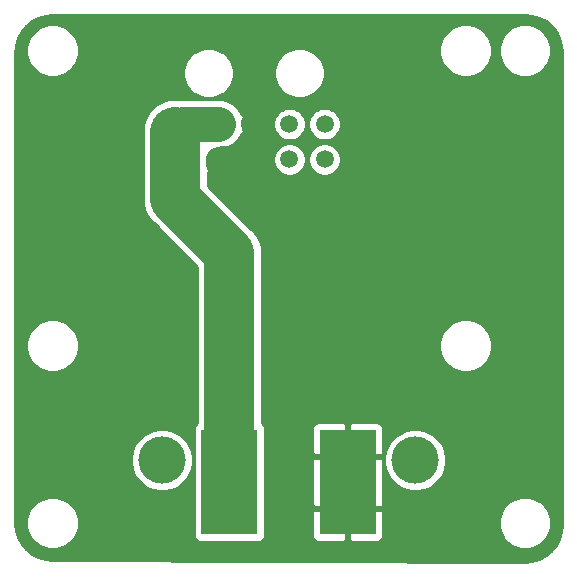
<source format=gbr>
G04 #@! TF.GenerationSoftware,KiCad,Pcbnew,(5.1.6)-1*
G04 #@! TF.CreationDate,2021-06-25T13:56:25+10:00*
G04 #@! TF.ProjectId,Fan Controller,46616e20-436f-46e7-9472-6f6c6c65722e,rev?*
G04 #@! TF.SameCoordinates,Original*
G04 #@! TF.FileFunction,Copper,L2,Bot*
G04 #@! TF.FilePolarity,Positive*
%FSLAX46Y46*%
G04 Gerber Fmt 4.6, Leading zero omitted, Abs format (unit mm)*
G04 Created by KiCad (PCBNEW (5.1.6)-1) date 2021-06-25 13:56:25*
%MOMM*%
%LPD*%
G01*
G04 APERTURE LIST*
G04 #@! TA.AperFunction,ComponentPad*
%ADD10C,1.500000*%
G04 #@! TD*
G04 #@! TA.AperFunction,ComponentPad*
%ADD11C,4.000000*%
G04 #@! TD*
G04 #@! TA.AperFunction,ComponentPad*
%ADD12R,4.800000X4.500000*%
G04 #@! TD*
G04 #@! TA.AperFunction,ViaPad*
%ADD13C,0.800000*%
G04 #@! TD*
G04 #@! TA.AperFunction,Conductor*
%ADD14C,2.000000*%
G04 #@! TD*
G04 #@! TA.AperFunction,Conductor*
%ADD15C,3.000000*%
G04 #@! TD*
G04 #@! TA.AperFunction,Conductor*
%ADD16C,4.250000*%
G04 #@! TD*
G04 #@! TA.AperFunction,Conductor*
%ADD17C,0.254000*%
G04 #@! TD*
G04 APERTURE END LIST*
D10*
X138365000Y-91011000D03*
X135365000Y-91011000D03*
X132365000Y-91011000D03*
X129365000Y-91011000D03*
X126365000Y-91011000D03*
X138365000Y-88011000D03*
X135365000Y-88011000D03*
X132365000Y-88011000D03*
X129365000Y-88011000D03*
G04 #@! TA.AperFunction,ComponentPad*
G36*
G01*
X125615000Y-88511000D02*
X125615000Y-87511000D01*
G75*
G02*
X125865000Y-87261000I250000J0D01*
G01*
X126865000Y-87261000D01*
G75*
G02*
X127115000Y-87511000I0J-250000D01*
G01*
X127115000Y-88511000D01*
G75*
G02*
X126865000Y-88761000I-250000J0D01*
G01*
X125865000Y-88761000D01*
G75*
G02*
X125615000Y-88511000I0J250000D01*
G01*
G37*
G04 #@! TD.AperFunction*
D11*
X146032000Y-116473000D03*
X124572000Y-116473000D03*
D12*
X140302000Y-116123000D03*
X130302000Y-116123000D03*
X140302000Y-120523000D03*
X130302000Y-120523000D03*
D13*
X146812000Y-90297000D03*
D14*
X132365000Y-88042000D02*
X132334000Y-88011000D01*
X129461000Y-91011000D02*
X129413000Y-91059000D01*
X132365000Y-91011000D02*
X129365000Y-91011000D01*
D15*
X132063000Y-91313000D02*
X129794000Y-91313000D01*
X132365000Y-91011000D02*
X132063000Y-91313000D01*
D14*
X132365000Y-87915000D02*
X132334000Y-87884000D01*
X132842000Y-89662000D02*
X132842000Y-87630000D01*
X132365000Y-91011000D02*
X132842000Y-89662000D01*
X132461000Y-89525370D02*
X132461000Y-89154000D01*
X132597630Y-89662000D02*
X132461000Y-89525370D01*
X132842000Y-89662000D02*
X132597630Y-89662000D01*
X132461000Y-89154000D02*
X132365000Y-87915000D01*
X132461000Y-89154000D02*
X132461000Y-87249000D01*
D16*
X130302000Y-120523000D02*
X130302000Y-116123000D01*
X125730000Y-94361000D02*
X125730000Y-88646000D01*
X130302000Y-120523000D02*
X130302000Y-98933000D01*
X130302000Y-98933000D02*
X125730000Y-94361000D01*
D15*
X129365000Y-88011000D02*
X126365000Y-88011000D01*
D17*
G36*
X155932222Y-78828096D02*
G01*
X156520164Y-79005606D01*
X157062436Y-79293937D01*
X157538364Y-79682094D01*
X157929845Y-80155314D01*
X158221951Y-80695552D01*
X158403563Y-81282244D01*
X158471001Y-81923888D01*
X158471000Y-121887721D01*
X158407904Y-122531221D01*
X158230394Y-123119164D01*
X157942063Y-123661436D01*
X157553906Y-124137364D01*
X157080686Y-124528845D01*
X156540449Y-124820950D01*
X155953756Y-125002563D01*
X155312414Y-125069970D01*
X115349330Y-124943103D01*
X114704779Y-124879904D01*
X114116836Y-124702394D01*
X113574564Y-124414063D01*
X113098636Y-124025906D01*
X112707155Y-123552686D01*
X112415050Y-123012449D01*
X112233437Y-122425756D01*
X112166000Y-121784130D01*
X112166000Y-121567872D01*
X113081000Y-121567872D01*
X113081000Y-122008128D01*
X113166890Y-122439925D01*
X113335369Y-122846669D01*
X113579962Y-123212729D01*
X113891271Y-123524038D01*
X114257331Y-123768631D01*
X114664075Y-123937110D01*
X115095872Y-124023000D01*
X115536128Y-124023000D01*
X115967925Y-123937110D01*
X116374669Y-123768631D01*
X116740729Y-123524038D01*
X117052038Y-123212729D01*
X117296631Y-122846669D01*
X117465110Y-122439925D01*
X117551000Y-122008128D01*
X117551000Y-121567872D01*
X117465110Y-121136075D01*
X117296631Y-120729331D01*
X117052038Y-120363271D01*
X116740729Y-120051962D01*
X116374669Y-119807369D01*
X115967925Y-119638890D01*
X115536128Y-119553000D01*
X115095872Y-119553000D01*
X114664075Y-119638890D01*
X114257331Y-119807369D01*
X113891271Y-120051962D01*
X113579962Y-120363271D01*
X113335369Y-120729331D01*
X113166890Y-121136075D01*
X113081000Y-121567872D01*
X112166000Y-121567872D01*
X112166000Y-116213475D01*
X121937000Y-116213475D01*
X121937000Y-116732525D01*
X122038261Y-117241601D01*
X122236893Y-117721141D01*
X122525262Y-118152715D01*
X122892285Y-118519738D01*
X123323859Y-118808107D01*
X123803399Y-119006739D01*
X124312475Y-119108000D01*
X124831525Y-119108000D01*
X125340601Y-119006739D01*
X125820141Y-118808107D01*
X126251715Y-118519738D01*
X126618738Y-118152715D01*
X126907107Y-117721141D01*
X127105739Y-117241601D01*
X127207000Y-116732525D01*
X127207000Y-116213475D01*
X127105739Y-115704399D01*
X126907107Y-115224859D01*
X126618738Y-114793285D01*
X126251715Y-114426262D01*
X125820141Y-114137893D01*
X125340601Y-113939261D01*
X124831525Y-113838000D01*
X124312475Y-113838000D01*
X123803399Y-113939261D01*
X123323859Y-114137893D01*
X122892285Y-114426262D01*
X122525262Y-114793285D01*
X122236893Y-115224859D01*
X122038261Y-115704399D01*
X121937000Y-116213475D01*
X112166000Y-116213475D01*
X112166000Y-106567872D01*
X113081000Y-106567872D01*
X113081000Y-107008128D01*
X113166890Y-107439925D01*
X113335369Y-107846669D01*
X113579962Y-108212729D01*
X113891271Y-108524038D01*
X114257331Y-108768631D01*
X114664075Y-108937110D01*
X115095872Y-109023000D01*
X115536128Y-109023000D01*
X115967925Y-108937110D01*
X116374669Y-108768631D01*
X116740729Y-108524038D01*
X117052038Y-108212729D01*
X117296631Y-107846669D01*
X117465110Y-107439925D01*
X117551000Y-107008128D01*
X117551000Y-106567872D01*
X117465110Y-106136075D01*
X117296631Y-105729331D01*
X117052038Y-105363271D01*
X116740729Y-105051962D01*
X116374669Y-104807369D01*
X115967925Y-104638890D01*
X115536128Y-104553000D01*
X115095872Y-104553000D01*
X114664075Y-104638890D01*
X114257331Y-104807369D01*
X113891271Y-105051962D01*
X113579962Y-105363271D01*
X113335369Y-105729331D01*
X113166890Y-106136075D01*
X113081000Y-106567872D01*
X112166000Y-106567872D01*
X112166000Y-94361000D01*
X122956647Y-94361000D01*
X122970000Y-94496578D01*
X122970000Y-94496585D01*
X123009935Y-94902054D01*
X123167755Y-95422316D01*
X123424040Y-95901792D01*
X123768943Y-96322056D01*
X123874260Y-96408488D01*
X127542001Y-100076231D01*
X127542000Y-113346981D01*
X127450815Y-113421815D01*
X127371463Y-113518506D01*
X127312498Y-113628820D01*
X127276188Y-113748518D01*
X127263928Y-113873000D01*
X127263928Y-122773000D01*
X127276188Y-122897482D01*
X127312498Y-123017180D01*
X127371463Y-123127494D01*
X127450815Y-123224185D01*
X127547506Y-123303537D01*
X127657820Y-123362502D01*
X127777518Y-123398812D01*
X127902000Y-123411072D01*
X132702000Y-123411072D01*
X132826482Y-123398812D01*
X132946180Y-123362502D01*
X133056494Y-123303537D01*
X133153185Y-123224185D01*
X133232537Y-123127494D01*
X133291502Y-123017180D01*
X133327812Y-122897482D01*
X133340072Y-122773000D01*
X137263928Y-122773000D01*
X137276188Y-122897482D01*
X137312498Y-123017180D01*
X137371463Y-123127494D01*
X137450815Y-123224185D01*
X137547506Y-123303537D01*
X137657820Y-123362502D01*
X137777518Y-123398812D01*
X137902000Y-123411072D01*
X140016250Y-123408000D01*
X140175000Y-123249250D01*
X140175000Y-120650000D01*
X140429000Y-120650000D01*
X140429000Y-123249250D01*
X140587750Y-123408000D01*
X142702000Y-123411072D01*
X142826482Y-123398812D01*
X142946180Y-123362502D01*
X143056494Y-123303537D01*
X143153185Y-123224185D01*
X143232537Y-123127494D01*
X143291502Y-123017180D01*
X143327812Y-122897482D01*
X143340072Y-122773000D01*
X143338188Y-121567872D01*
X153081000Y-121567872D01*
X153081000Y-122008128D01*
X153166890Y-122439925D01*
X153335369Y-122846669D01*
X153579962Y-123212729D01*
X153891271Y-123524038D01*
X154257331Y-123768631D01*
X154664075Y-123937110D01*
X155095872Y-124023000D01*
X155536128Y-124023000D01*
X155967925Y-123937110D01*
X156374669Y-123768631D01*
X156740729Y-123524038D01*
X157052038Y-123212729D01*
X157296631Y-122846669D01*
X157465110Y-122439925D01*
X157551000Y-122008128D01*
X157551000Y-121567872D01*
X157465110Y-121136075D01*
X157296631Y-120729331D01*
X157052038Y-120363271D01*
X156740729Y-120051962D01*
X156374669Y-119807369D01*
X155967925Y-119638890D01*
X155536128Y-119553000D01*
X155095872Y-119553000D01*
X154664075Y-119638890D01*
X154257331Y-119807369D01*
X153891271Y-120051962D01*
X153579962Y-120363271D01*
X153335369Y-120729331D01*
X153166890Y-121136075D01*
X153081000Y-121567872D01*
X143338188Y-121567872D01*
X143337000Y-120808750D01*
X143178250Y-120650000D01*
X140429000Y-120650000D01*
X140175000Y-120650000D01*
X137425750Y-120650000D01*
X137267000Y-120808750D01*
X137263928Y-122773000D01*
X133340072Y-122773000D01*
X133340072Y-118273000D01*
X137263928Y-118273000D01*
X137264006Y-118323000D01*
X137263928Y-118373000D01*
X137264087Y-118374614D01*
X137267000Y-120237250D01*
X137425750Y-120396000D01*
X140175000Y-120396000D01*
X140175000Y-116250000D01*
X140429000Y-116250000D01*
X140429000Y-120396000D01*
X143178250Y-120396000D01*
X143337000Y-120237250D01*
X143339913Y-118374614D01*
X143340072Y-118373000D01*
X143339994Y-118323000D01*
X143340072Y-118273000D01*
X143339913Y-118271386D01*
X143337000Y-116408750D01*
X143178250Y-116250000D01*
X140429000Y-116250000D01*
X140175000Y-116250000D01*
X137425750Y-116250000D01*
X137267000Y-116408750D01*
X137264087Y-118271386D01*
X137263928Y-118273000D01*
X133340072Y-118273000D01*
X133340072Y-116213475D01*
X143397000Y-116213475D01*
X143397000Y-116732525D01*
X143498261Y-117241601D01*
X143696893Y-117721141D01*
X143985262Y-118152715D01*
X144352285Y-118519738D01*
X144783859Y-118808107D01*
X145263399Y-119006739D01*
X145772475Y-119108000D01*
X146291525Y-119108000D01*
X146800601Y-119006739D01*
X147280141Y-118808107D01*
X147711715Y-118519738D01*
X148078738Y-118152715D01*
X148367107Y-117721141D01*
X148565739Y-117241601D01*
X148667000Y-116732525D01*
X148667000Y-116213475D01*
X148565739Y-115704399D01*
X148367107Y-115224859D01*
X148078738Y-114793285D01*
X147711715Y-114426262D01*
X147280141Y-114137893D01*
X146800601Y-113939261D01*
X146291525Y-113838000D01*
X145772475Y-113838000D01*
X145263399Y-113939261D01*
X144783859Y-114137893D01*
X144352285Y-114426262D01*
X143985262Y-114793285D01*
X143696893Y-115224859D01*
X143498261Y-115704399D01*
X143397000Y-116213475D01*
X133340072Y-116213475D01*
X133340072Y-113873000D01*
X137263928Y-113873000D01*
X137267000Y-115837250D01*
X137425750Y-115996000D01*
X140175000Y-115996000D01*
X140175000Y-113396750D01*
X140429000Y-113396750D01*
X140429000Y-115996000D01*
X143178250Y-115996000D01*
X143337000Y-115837250D01*
X143340072Y-113873000D01*
X143327812Y-113748518D01*
X143291502Y-113628820D01*
X143232537Y-113518506D01*
X143153185Y-113421815D01*
X143056494Y-113342463D01*
X142946180Y-113283498D01*
X142826482Y-113247188D01*
X142702000Y-113234928D01*
X140587750Y-113238000D01*
X140429000Y-113396750D01*
X140175000Y-113396750D01*
X140016250Y-113238000D01*
X137902000Y-113234928D01*
X137777518Y-113247188D01*
X137657820Y-113283498D01*
X137547506Y-113342463D01*
X137450815Y-113421815D01*
X137371463Y-113518506D01*
X137312498Y-113628820D01*
X137276188Y-113748518D01*
X137263928Y-113873000D01*
X133340072Y-113873000D01*
X133327812Y-113748518D01*
X133291502Y-113628820D01*
X133232537Y-113518506D01*
X133153185Y-113421815D01*
X133062000Y-113346982D01*
X133062000Y-106567872D01*
X148081000Y-106567872D01*
X148081000Y-107008128D01*
X148166890Y-107439925D01*
X148335369Y-107846669D01*
X148579962Y-108212729D01*
X148891271Y-108524038D01*
X149257331Y-108768631D01*
X149664075Y-108937110D01*
X150095872Y-109023000D01*
X150536128Y-109023000D01*
X150967925Y-108937110D01*
X151374669Y-108768631D01*
X151740729Y-108524038D01*
X152052038Y-108212729D01*
X152296631Y-107846669D01*
X152465110Y-107439925D01*
X152551000Y-107008128D01*
X152551000Y-106567872D01*
X152465110Y-106136075D01*
X152296631Y-105729331D01*
X152052038Y-105363271D01*
X151740729Y-105051962D01*
X151374669Y-104807369D01*
X150967925Y-104638890D01*
X150536128Y-104553000D01*
X150095872Y-104553000D01*
X149664075Y-104638890D01*
X149257331Y-104807369D01*
X148891271Y-105051962D01*
X148579962Y-105363271D01*
X148335369Y-105729331D01*
X148166890Y-106136075D01*
X148081000Y-106567872D01*
X133062000Y-106567872D01*
X133062000Y-99068575D01*
X133075353Y-98932999D01*
X133062000Y-98797423D01*
X133062000Y-98797414D01*
X133022065Y-98391945D01*
X132864245Y-97871683D01*
X132607960Y-97392207D01*
X132396345Y-97134354D01*
X132349488Y-97077258D01*
X132349483Y-97077253D01*
X132263057Y-96971943D01*
X132157747Y-96885517D01*
X128490000Y-93217772D01*
X128490000Y-92065608D01*
X128587613Y-91967995D01*
X128653137Y-92206860D01*
X128900116Y-92322760D01*
X129164960Y-92388250D01*
X129437492Y-92400812D01*
X129707238Y-92359965D01*
X129963832Y-92267277D01*
X130076863Y-92206860D01*
X130142388Y-91967993D01*
X131587612Y-91967993D01*
X131653137Y-92206860D01*
X131900116Y-92322760D01*
X132164960Y-92388250D01*
X132437492Y-92400812D01*
X132707238Y-92359965D01*
X132963832Y-92267277D01*
X133076863Y-92206860D01*
X133142388Y-91967993D01*
X132365000Y-91190605D01*
X131587612Y-91967993D01*
X130142388Y-91967993D01*
X129365000Y-91190605D01*
X129350858Y-91204748D01*
X129171253Y-91025143D01*
X129185395Y-91011000D01*
X129544605Y-91011000D01*
X130321993Y-91788388D01*
X130560860Y-91722863D01*
X130676760Y-91475884D01*
X130742250Y-91211040D01*
X130748129Y-91083492D01*
X130975188Y-91083492D01*
X131016035Y-91353238D01*
X131108723Y-91609832D01*
X131169140Y-91722863D01*
X131408007Y-91788388D01*
X132185395Y-91011000D01*
X132544605Y-91011000D01*
X133321993Y-91788388D01*
X133560860Y-91722863D01*
X133676760Y-91475884D01*
X133742250Y-91211040D01*
X133754812Y-90938508D01*
X133745133Y-90874589D01*
X133980000Y-90874589D01*
X133980000Y-91147411D01*
X134033225Y-91414989D01*
X134137629Y-91667043D01*
X134289201Y-91893886D01*
X134482114Y-92086799D01*
X134708957Y-92238371D01*
X134961011Y-92342775D01*
X135228589Y-92396000D01*
X135501411Y-92396000D01*
X135768989Y-92342775D01*
X136021043Y-92238371D01*
X136247886Y-92086799D01*
X136440799Y-91893886D01*
X136592371Y-91667043D01*
X136696775Y-91414989D01*
X136750000Y-91147411D01*
X136750000Y-90874589D01*
X136980000Y-90874589D01*
X136980000Y-91147411D01*
X137033225Y-91414989D01*
X137137629Y-91667043D01*
X137289201Y-91893886D01*
X137482114Y-92086799D01*
X137708957Y-92238371D01*
X137961011Y-92342775D01*
X138228589Y-92396000D01*
X138501411Y-92396000D01*
X138768989Y-92342775D01*
X139021043Y-92238371D01*
X139247886Y-92086799D01*
X139440799Y-91893886D01*
X139592371Y-91667043D01*
X139696775Y-91414989D01*
X139750000Y-91147411D01*
X139750000Y-90874589D01*
X139696775Y-90607011D01*
X139592371Y-90354957D01*
X139440799Y-90128114D01*
X139247886Y-89935201D01*
X139021043Y-89783629D01*
X138768989Y-89679225D01*
X138501411Y-89626000D01*
X138228589Y-89626000D01*
X137961011Y-89679225D01*
X137708957Y-89783629D01*
X137482114Y-89935201D01*
X137289201Y-90128114D01*
X137137629Y-90354957D01*
X137033225Y-90607011D01*
X136980000Y-90874589D01*
X136750000Y-90874589D01*
X136696775Y-90607011D01*
X136592371Y-90354957D01*
X136440799Y-90128114D01*
X136247886Y-89935201D01*
X136021043Y-89783629D01*
X135768989Y-89679225D01*
X135501411Y-89626000D01*
X135228589Y-89626000D01*
X134961011Y-89679225D01*
X134708957Y-89783629D01*
X134482114Y-89935201D01*
X134289201Y-90128114D01*
X134137629Y-90354957D01*
X134033225Y-90607011D01*
X133980000Y-90874589D01*
X133745133Y-90874589D01*
X133713965Y-90668762D01*
X133621277Y-90412168D01*
X133560860Y-90299137D01*
X133321993Y-90233612D01*
X132544605Y-91011000D01*
X132185395Y-91011000D01*
X131408007Y-90233612D01*
X131169140Y-90299137D01*
X131053240Y-90546116D01*
X130987750Y-90810960D01*
X130975188Y-91083492D01*
X130748129Y-91083492D01*
X130754812Y-90938508D01*
X130713965Y-90668762D01*
X130621277Y-90412168D01*
X130560860Y-90299137D01*
X130321993Y-90233612D01*
X129544605Y-91011000D01*
X129185395Y-91011000D01*
X129171253Y-90996858D01*
X129350858Y-90817253D01*
X129365000Y-90831395D01*
X130142388Y-90054007D01*
X131587612Y-90054007D01*
X132365000Y-90831395D01*
X133142388Y-90054007D01*
X133076863Y-89815140D01*
X132829884Y-89699240D01*
X132565040Y-89633750D01*
X132292508Y-89621188D01*
X132022762Y-89662035D01*
X131766168Y-89754723D01*
X131653137Y-89815140D01*
X131587612Y-90054007D01*
X130142388Y-90054007D01*
X130130294Y-90009919D01*
X130185982Y-89993026D01*
X130556881Y-89794777D01*
X130881977Y-89527977D01*
X131148777Y-89202881D01*
X131274326Y-88967993D01*
X131587612Y-88967993D01*
X131653137Y-89206860D01*
X131900116Y-89322760D01*
X132164960Y-89388250D01*
X132437492Y-89400812D01*
X132707238Y-89359965D01*
X132963832Y-89267277D01*
X133076863Y-89206860D01*
X133142388Y-88967993D01*
X132365000Y-88190605D01*
X131587612Y-88967993D01*
X131274326Y-88967993D01*
X131347026Y-88831982D01*
X131363919Y-88776294D01*
X131408007Y-88788388D01*
X132185395Y-88011000D01*
X132544605Y-88011000D01*
X133321993Y-88788388D01*
X133560860Y-88722863D01*
X133676760Y-88475884D01*
X133742250Y-88211040D01*
X133754812Y-87938508D01*
X133745133Y-87874589D01*
X133980000Y-87874589D01*
X133980000Y-88147411D01*
X134033225Y-88414989D01*
X134137629Y-88667043D01*
X134289201Y-88893886D01*
X134482114Y-89086799D01*
X134708957Y-89238371D01*
X134961011Y-89342775D01*
X135228589Y-89396000D01*
X135501411Y-89396000D01*
X135768989Y-89342775D01*
X136021043Y-89238371D01*
X136247886Y-89086799D01*
X136440799Y-88893886D01*
X136592371Y-88667043D01*
X136696775Y-88414989D01*
X136750000Y-88147411D01*
X136750000Y-87874589D01*
X136980000Y-87874589D01*
X136980000Y-88147411D01*
X137033225Y-88414989D01*
X137137629Y-88667043D01*
X137289201Y-88893886D01*
X137482114Y-89086799D01*
X137708957Y-89238371D01*
X137961011Y-89342775D01*
X138228589Y-89396000D01*
X138501411Y-89396000D01*
X138768989Y-89342775D01*
X139021043Y-89238371D01*
X139247886Y-89086799D01*
X139440799Y-88893886D01*
X139592371Y-88667043D01*
X139696775Y-88414989D01*
X139750000Y-88147411D01*
X139750000Y-87874589D01*
X139696775Y-87607011D01*
X139592371Y-87354957D01*
X139440799Y-87128114D01*
X139247886Y-86935201D01*
X139021043Y-86783629D01*
X138768989Y-86679225D01*
X138501411Y-86626000D01*
X138228589Y-86626000D01*
X137961011Y-86679225D01*
X137708957Y-86783629D01*
X137482114Y-86935201D01*
X137289201Y-87128114D01*
X137137629Y-87354957D01*
X137033225Y-87607011D01*
X136980000Y-87874589D01*
X136750000Y-87874589D01*
X136696775Y-87607011D01*
X136592371Y-87354957D01*
X136440799Y-87128114D01*
X136247886Y-86935201D01*
X136021043Y-86783629D01*
X135768989Y-86679225D01*
X135501411Y-86626000D01*
X135228589Y-86626000D01*
X134961011Y-86679225D01*
X134708957Y-86783629D01*
X134482114Y-86935201D01*
X134289201Y-87128114D01*
X134137629Y-87354957D01*
X134033225Y-87607011D01*
X133980000Y-87874589D01*
X133745133Y-87874589D01*
X133713965Y-87668762D01*
X133621277Y-87412168D01*
X133560860Y-87299137D01*
X133321993Y-87233612D01*
X132544605Y-88011000D01*
X132185395Y-88011000D01*
X131408007Y-87233612D01*
X131363919Y-87245706D01*
X131347026Y-87190018D01*
X131274327Y-87054007D01*
X131587612Y-87054007D01*
X132365000Y-87831395D01*
X133142388Y-87054007D01*
X133076863Y-86815140D01*
X132829884Y-86699240D01*
X132565040Y-86633750D01*
X132292508Y-86621188D01*
X132022762Y-86662035D01*
X131766168Y-86754723D01*
X131653137Y-86815140D01*
X131587612Y-87054007D01*
X131274327Y-87054007D01*
X131148777Y-86819119D01*
X130881977Y-86494023D01*
X130556881Y-86227223D01*
X130185982Y-86028974D01*
X129783533Y-85906892D01*
X129469882Y-85876000D01*
X126260118Y-85876000D01*
X126012087Y-85900429D01*
X125730000Y-85872646D01*
X125188946Y-85925935D01*
X124668684Y-86083755D01*
X124189208Y-86340040D01*
X123768944Y-86684943D01*
X123424041Y-87105207D01*
X123167756Y-87584683D01*
X123009936Y-88104945D01*
X122970001Y-88510414D01*
X122970000Y-94225421D01*
X122956647Y-94361000D01*
X112166000Y-94361000D01*
X112166000Y-81947279D01*
X112203201Y-81567872D01*
X113081000Y-81567872D01*
X113081000Y-82008128D01*
X113166890Y-82439925D01*
X113335369Y-82846669D01*
X113579962Y-83212729D01*
X113891271Y-83524038D01*
X114257331Y-83768631D01*
X114664075Y-83937110D01*
X115095872Y-84023000D01*
X115536128Y-84023000D01*
X115967925Y-83937110D01*
X116374669Y-83768631D01*
X116740729Y-83524038D01*
X116784046Y-83480721D01*
X126390000Y-83480721D01*
X126390000Y-83901279D01*
X126472047Y-84313756D01*
X126632988Y-84702302D01*
X126866637Y-85051983D01*
X127164017Y-85349363D01*
X127513698Y-85583012D01*
X127902244Y-85743953D01*
X128314721Y-85826000D01*
X128735279Y-85826000D01*
X129147756Y-85743953D01*
X129536302Y-85583012D01*
X129885983Y-85349363D01*
X130183363Y-85051983D01*
X130417012Y-84702302D01*
X130577953Y-84313756D01*
X130660000Y-83901279D01*
X130660000Y-83480721D01*
X134090000Y-83480721D01*
X134090000Y-83901279D01*
X134172047Y-84313756D01*
X134332988Y-84702302D01*
X134566637Y-85051983D01*
X134864017Y-85349363D01*
X135213698Y-85583012D01*
X135602244Y-85743953D01*
X136014721Y-85826000D01*
X136435279Y-85826000D01*
X136847756Y-85743953D01*
X137236302Y-85583012D01*
X137585983Y-85349363D01*
X137883363Y-85051983D01*
X138117012Y-84702302D01*
X138277953Y-84313756D01*
X138360000Y-83901279D01*
X138360000Y-83480721D01*
X138277953Y-83068244D01*
X138117012Y-82679698D01*
X137883363Y-82330017D01*
X137585983Y-82032637D01*
X137236302Y-81798988D01*
X136847756Y-81638047D01*
X136494964Y-81567872D01*
X148081000Y-81567872D01*
X148081000Y-82008128D01*
X148166890Y-82439925D01*
X148335369Y-82846669D01*
X148579962Y-83212729D01*
X148891271Y-83524038D01*
X149257331Y-83768631D01*
X149664075Y-83937110D01*
X150095872Y-84023000D01*
X150536128Y-84023000D01*
X150967925Y-83937110D01*
X151374669Y-83768631D01*
X151740729Y-83524038D01*
X152052038Y-83212729D01*
X152296631Y-82846669D01*
X152465110Y-82439925D01*
X152551000Y-82008128D01*
X152551000Y-81567872D01*
X153081000Y-81567872D01*
X153081000Y-82008128D01*
X153166890Y-82439925D01*
X153335369Y-82846669D01*
X153579962Y-83212729D01*
X153891271Y-83524038D01*
X154257331Y-83768631D01*
X154664075Y-83937110D01*
X155095872Y-84023000D01*
X155536128Y-84023000D01*
X155967925Y-83937110D01*
X156374669Y-83768631D01*
X156740729Y-83524038D01*
X157052038Y-83212729D01*
X157296631Y-82846669D01*
X157465110Y-82439925D01*
X157551000Y-82008128D01*
X157551000Y-81567872D01*
X157465110Y-81136075D01*
X157296631Y-80729331D01*
X157052038Y-80363271D01*
X156740729Y-80051962D01*
X156374669Y-79807369D01*
X155967925Y-79638890D01*
X155536128Y-79553000D01*
X155095872Y-79553000D01*
X154664075Y-79638890D01*
X154257331Y-79807369D01*
X153891271Y-80051962D01*
X153579962Y-80363271D01*
X153335369Y-80729331D01*
X153166890Y-81136075D01*
X153081000Y-81567872D01*
X152551000Y-81567872D01*
X152465110Y-81136075D01*
X152296631Y-80729331D01*
X152052038Y-80363271D01*
X151740729Y-80051962D01*
X151374669Y-79807369D01*
X150967925Y-79638890D01*
X150536128Y-79553000D01*
X150095872Y-79553000D01*
X149664075Y-79638890D01*
X149257331Y-79807369D01*
X148891271Y-80051962D01*
X148579962Y-80363271D01*
X148335369Y-80729331D01*
X148166890Y-81136075D01*
X148081000Y-81567872D01*
X136494964Y-81567872D01*
X136435279Y-81556000D01*
X136014721Y-81556000D01*
X135602244Y-81638047D01*
X135213698Y-81798988D01*
X134864017Y-82032637D01*
X134566637Y-82330017D01*
X134332988Y-82679698D01*
X134172047Y-83068244D01*
X134090000Y-83480721D01*
X130660000Y-83480721D01*
X130577953Y-83068244D01*
X130417012Y-82679698D01*
X130183363Y-82330017D01*
X129885983Y-82032637D01*
X129536302Y-81798988D01*
X129147756Y-81638047D01*
X128735279Y-81556000D01*
X128314721Y-81556000D01*
X127902244Y-81638047D01*
X127513698Y-81798988D01*
X127164017Y-82032637D01*
X126866637Y-82330017D01*
X126632988Y-82679698D01*
X126472047Y-83068244D01*
X126390000Y-83480721D01*
X116784046Y-83480721D01*
X117052038Y-83212729D01*
X117296631Y-82846669D01*
X117465110Y-82439925D01*
X117551000Y-82008128D01*
X117551000Y-81567872D01*
X117465110Y-81136075D01*
X117296631Y-80729331D01*
X117052038Y-80363271D01*
X116740729Y-80051962D01*
X116374669Y-79807369D01*
X115967925Y-79638890D01*
X115536128Y-79553000D01*
X115095872Y-79553000D01*
X114664075Y-79638890D01*
X114257331Y-79807369D01*
X113891271Y-80051962D01*
X113579962Y-80363271D01*
X113335369Y-80729331D01*
X113166890Y-81136075D01*
X113081000Y-81567872D01*
X112203201Y-81567872D01*
X112229096Y-81303778D01*
X112406606Y-80715836D01*
X112694937Y-80173564D01*
X113083094Y-79697636D01*
X113556314Y-79306155D01*
X114096552Y-79014049D01*
X114683244Y-78832437D01*
X115324879Y-78765000D01*
X155288721Y-78765000D01*
X155932222Y-78828096D01*
G37*
X155932222Y-78828096D02*
X156520164Y-79005606D01*
X157062436Y-79293937D01*
X157538364Y-79682094D01*
X157929845Y-80155314D01*
X158221951Y-80695552D01*
X158403563Y-81282244D01*
X158471001Y-81923888D01*
X158471000Y-121887721D01*
X158407904Y-122531221D01*
X158230394Y-123119164D01*
X157942063Y-123661436D01*
X157553906Y-124137364D01*
X157080686Y-124528845D01*
X156540449Y-124820950D01*
X155953756Y-125002563D01*
X155312414Y-125069970D01*
X115349330Y-124943103D01*
X114704779Y-124879904D01*
X114116836Y-124702394D01*
X113574564Y-124414063D01*
X113098636Y-124025906D01*
X112707155Y-123552686D01*
X112415050Y-123012449D01*
X112233437Y-122425756D01*
X112166000Y-121784130D01*
X112166000Y-121567872D01*
X113081000Y-121567872D01*
X113081000Y-122008128D01*
X113166890Y-122439925D01*
X113335369Y-122846669D01*
X113579962Y-123212729D01*
X113891271Y-123524038D01*
X114257331Y-123768631D01*
X114664075Y-123937110D01*
X115095872Y-124023000D01*
X115536128Y-124023000D01*
X115967925Y-123937110D01*
X116374669Y-123768631D01*
X116740729Y-123524038D01*
X117052038Y-123212729D01*
X117296631Y-122846669D01*
X117465110Y-122439925D01*
X117551000Y-122008128D01*
X117551000Y-121567872D01*
X117465110Y-121136075D01*
X117296631Y-120729331D01*
X117052038Y-120363271D01*
X116740729Y-120051962D01*
X116374669Y-119807369D01*
X115967925Y-119638890D01*
X115536128Y-119553000D01*
X115095872Y-119553000D01*
X114664075Y-119638890D01*
X114257331Y-119807369D01*
X113891271Y-120051962D01*
X113579962Y-120363271D01*
X113335369Y-120729331D01*
X113166890Y-121136075D01*
X113081000Y-121567872D01*
X112166000Y-121567872D01*
X112166000Y-116213475D01*
X121937000Y-116213475D01*
X121937000Y-116732525D01*
X122038261Y-117241601D01*
X122236893Y-117721141D01*
X122525262Y-118152715D01*
X122892285Y-118519738D01*
X123323859Y-118808107D01*
X123803399Y-119006739D01*
X124312475Y-119108000D01*
X124831525Y-119108000D01*
X125340601Y-119006739D01*
X125820141Y-118808107D01*
X126251715Y-118519738D01*
X126618738Y-118152715D01*
X126907107Y-117721141D01*
X127105739Y-117241601D01*
X127207000Y-116732525D01*
X127207000Y-116213475D01*
X127105739Y-115704399D01*
X126907107Y-115224859D01*
X126618738Y-114793285D01*
X126251715Y-114426262D01*
X125820141Y-114137893D01*
X125340601Y-113939261D01*
X124831525Y-113838000D01*
X124312475Y-113838000D01*
X123803399Y-113939261D01*
X123323859Y-114137893D01*
X122892285Y-114426262D01*
X122525262Y-114793285D01*
X122236893Y-115224859D01*
X122038261Y-115704399D01*
X121937000Y-116213475D01*
X112166000Y-116213475D01*
X112166000Y-106567872D01*
X113081000Y-106567872D01*
X113081000Y-107008128D01*
X113166890Y-107439925D01*
X113335369Y-107846669D01*
X113579962Y-108212729D01*
X113891271Y-108524038D01*
X114257331Y-108768631D01*
X114664075Y-108937110D01*
X115095872Y-109023000D01*
X115536128Y-109023000D01*
X115967925Y-108937110D01*
X116374669Y-108768631D01*
X116740729Y-108524038D01*
X117052038Y-108212729D01*
X117296631Y-107846669D01*
X117465110Y-107439925D01*
X117551000Y-107008128D01*
X117551000Y-106567872D01*
X117465110Y-106136075D01*
X117296631Y-105729331D01*
X117052038Y-105363271D01*
X116740729Y-105051962D01*
X116374669Y-104807369D01*
X115967925Y-104638890D01*
X115536128Y-104553000D01*
X115095872Y-104553000D01*
X114664075Y-104638890D01*
X114257331Y-104807369D01*
X113891271Y-105051962D01*
X113579962Y-105363271D01*
X113335369Y-105729331D01*
X113166890Y-106136075D01*
X113081000Y-106567872D01*
X112166000Y-106567872D01*
X112166000Y-94361000D01*
X122956647Y-94361000D01*
X122970000Y-94496578D01*
X122970000Y-94496585D01*
X123009935Y-94902054D01*
X123167755Y-95422316D01*
X123424040Y-95901792D01*
X123768943Y-96322056D01*
X123874260Y-96408488D01*
X127542001Y-100076231D01*
X127542000Y-113346981D01*
X127450815Y-113421815D01*
X127371463Y-113518506D01*
X127312498Y-113628820D01*
X127276188Y-113748518D01*
X127263928Y-113873000D01*
X127263928Y-122773000D01*
X127276188Y-122897482D01*
X127312498Y-123017180D01*
X127371463Y-123127494D01*
X127450815Y-123224185D01*
X127547506Y-123303537D01*
X127657820Y-123362502D01*
X127777518Y-123398812D01*
X127902000Y-123411072D01*
X132702000Y-123411072D01*
X132826482Y-123398812D01*
X132946180Y-123362502D01*
X133056494Y-123303537D01*
X133153185Y-123224185D01*
X133232537Y-123127494D01*
X133291502Y-123017180D01*
X133327812Y-122897482D01*
X133340072Y-122773000D01*
X137263928Y-122773000D01*
X137276188Y-122897482D01*
X137312498Y-123017180D01*
X137371463Y-123127494D01*
X137450815Y-123224185D01*
X137547506Y-123303537D01*
X137657820Y-123362502D01*
X137777518Y-123398812D01*
X137902000Y-123411072D01*
X140016250Y-123408000D01*
X140175000Y-123249250D01*
X140175000Y-120650000D01*
X140429000Y-120650000D01*
X140429000Y-123249250D01*
X140587750Y-123408000D01*
X142702000Y-123411072D01*
X142826482Y-123398812D01*
X142946180Y-123362502D01*
X143056494Y-123303537D01*
X143153185Y-123224185D01*
X143232537Y-123127494D01*
X143291502Y-123017180D01*
X143327812Y-122897482D01*
X143340072Y-122773000D01*
X143338188Y-121567872D01*
X153081000Y-121567872D01*
X153081000Y-122008128D01*
X153166890Y-122439925D01*
X153335369Y-122846669D01*
X153579962Y-123212729D01*
X153891271Y-123524038D01*
X154257331Y-123768631D01*
X154664075Y-123937110D01*
X155095872Y-124023000D01*
X155536128Y-124023000D01*
X155967925Y-123937110D01*
X156374669Y-123768631D01*
X156740729Y-123524038D01*
X157052038Y-123212729D01*
X157296631Y-122846669D01*
X157465110Y-122439925D01*
X157551000Y-122008128D01*
X157551000Y-121567872D01*
X157465110Y-121136075D01*
X157296631Y-120729331D01*
X157052038Y-120363271D01*
X156740729Y-120051962D01*
X156374669Y-119807369D01*
X155967925Y-119638890D01*
X155536128Y-119553000D01*
X155095872Y-119553000D01*
X154664075Y-119638890D01*
X154257331Y-119807369D01*
X153891271Y-120051962D01*
X153579962Y-120363271D01*
X153335369Y-120729331D01*
X153166890Y-121136075D01*
X153081000Y-121567872D01*
X143338188Y-121567872D01*
X143337000Y-120808750D01*
X143178250Y-120650000D01*
X140429000Y-120650000D01*
X140175000Y-120650000D01*
X137425750Y-120650000D01*
X137267000Y-120808750D01*
X137263928Y-122773000D01*
X133340072Y-122773000D01*
X133340072Y-118273000D01*
X137263928Y-118273000D01*
X137264006Y-118323000D01*
X137263928Y-118373000D01*
X137264087Y-118374614D01*
X137267000Y-120237250D01*
X137425750Y-120396000D01*
X140175000Y-120396000D01*
X140175000Y-116250000D01*
X140429000Y-116250000D01*
X140429000Y-120396000D01*
X143178250Y-120396000D01*
X143337000Y-120237250D01*
X143339913Y-118374614D01*
X143340072Y-118373000D01*
X143339994Y-118323000D01*
X143340072Y-118273000D01*
X143339913Y-118271386D01*
X143337000Y-116408750D01*
X143178250Y-116250000D01*
X140429000Y-116250000D01*
X140175000Y-116250000D01*
X137425750Y-116250000D01*
X137267000Y-116408750D01*
X137264087Y-118271386D01*
X137263928Y-118273000D01*
X133340072Y-118273000D01*
X133340072Y-116213475D01*
X143397000Y-116213475D01*
X143397000Y-116732525D01*
X143498261Y-117241601D01*
X143696893Y-117721141D01*
X143985262Y-118152715D01*
X144352285Y-118519738D01*
X144783859Y-118808107D01*
X145263399Y-119006739D01*
X145772475Y-119108000D01*
X146291525Y-119108000D01*
X146800601Y-119006739D01*
X147280141Y-118808107D01*
X147711715Y-118519738D01*
X148078738Y-118152715D01*
X148367107Y-117721141D01*
X148565739Y-117241601D01*
X148667000Y-116732525D01*
X148667000Y-116213475D01*
X148565739Y-115704399D01*
X148367107Y-115224859D01*
X148078738Y-114793285D01*
X147711715Y-114426262D01*
X147280141Y-114137893D01*
X146800601Y-113939261D01*
X146291525Y-113838000D01*
X145772475Y-113838000D01*
X145263399Y-113939261D01*
X144783859Y-114137893D01*
X144352285Y-114426262D01*
X143985262Y-114793285D01*
X143696893Y-115224859D01*
X143498261Y-115704399D01*
X143397000Y-116213475D01*
X133340072Y-116213475D01*
X133340072Y-113873000D01*
X137263928Y-113873000D01*
X137267000Y-115837250D01*
X137425750Y-115996000D01*
X140175000Y-115996000D01*
X140175000Y-113396750D01*
X140429000Y-113396750D01*
X140429000Y-115996000D01*
X143178250Y-115996000D01*
X143337000Y-115837250D01*
X143340072Y-113873000D01*
X143327812Y-113748518D01*
X143291502Y-113628820D01*
X143232537Y-113518506D01*
X143153185Y-113421815D01*
X143056494Y-113342463D01*
X142946180Y-113283498D01*
X142826482Y-113247188D01*
X142702000Y-113234928D01*
X140587750Y-113238000D01*
X140429000Y-113396750D01*
X140175000Y-113396750D01*
X140016250Y-113238000D01*
X137902000Y-113234928D01*
X137777518Y-113247188D01*
X137657820Y-113283498D01*
X137547506Y-113342463D01*
X137450815Y-113421815D01*
X137371463Y-113518506D01*
X137312498Y-113628820D01*
X137276188Y-113748518D01*
X137263928Y-113873000D01*
X133340072Y-113873000D01*
X133327812Y-113748518D01*
X133291502Y-113628820D01*
X133232537Y-113518506D01*
X133153185Y-113421815D01*
X133062000Y-113346982D01*
X133062000Y-106567872D01*
X148081000Y-106567872D01*
X148081000Y-107008128D01*
X148166890Y-107439925D01*
X148335369Y-107846669D01*
X148579962Y-108212729D01*
X148891271Y-108524038D01*
X149257331Y-108768631D01*
X149664075Y-108937110D01*
X150095872Y-109023000D01*
X150536128Y-109023000D01*
X150967925Y-108937110D01*
X151374669Y-108768631D01*
X151740729Y-108524038D01*
X152052038Y-108212729D01*
X152296631Y-107846669D01*
X152465110Y-107439925D01*
X152551000Y-107008128D01*
X152551000Y-106567872D01*
X152465110Y-106136075D01*
X152296631Y-105729331D01*
X152052038Y-105363271D01*
X151740729Y-105051962D01*
X151374669Y-104807369D01*
X150967925Y-104638890D01*
X150536128Y-104553000D01*
X150095872Y-104553000D01*
X149664075Y-104638890D01*
X149257331Y-104807369D01*
X148891271Y-105051962D01*
X148579962Y-105363271D01*
X148335369Y-105729331D01*
X148166890Y-106136075D01*
X148081000Y-106567872D01*
X133062000Y-106567872D01*
X133062000Y-99068575D01*
X133075353Y-98932999D01*
X133062000Y-98797423D01*
X133062000Y-98797414D01*
X133022065Y-98391945D01*
X132864245Y-97871683D01*
X132607960Y-97392207D01*
X132396345Y-97134354D01*
X132349488Y-97077258D01*
X132349483Y-97077253D01*
X132263057Y-96971943D01*
X132157747Y-96885517D01*
X128490000Y-93217772D01*
X128490000Y-92065608D01*
X128587613Y-91967995D01*
X128653137Y-92206860D01*
X128900116Y-92322760D01*
X129164960Y-92388250D01*
X129437492Y-92400812D01*
X129707238Y-92359965D01*
X129963832Y-92267277D01*
X130076863Y-92206860D01*
X130142388Y-91967993D01*
X131587612Y-91967993D01*
X131653137Y-92206860D01*
X131900116Y-92322760D01*
X132164960Y-92388250D01*
X132437492Y-92400812D01*
X132707238Y-92359965D01*
X132963832Y-92267277D01*
X133076863Y-92206860D01*
X133142388Y-91967993D01*
X132365000Y-91190605D01*
X131587612Y-91967993D01*
X130142388Y-91967993D01*
X129365000Y-91190605D01*
X129350858Y-91204748D01*
X129171253Y-91025143D01*
X129185395Y-91011000D01*
X129544605Y-91011000D01*
X130321993Y-91788388D01*
X130560860Y-91722863D01*
X130676760Y-91475884D01*
X130742250Y-91211040D01*
X130748129Y-91083492D01*
X130975188Y-91083492D01*
X131016035Y-91353238D01*
X131108723Y-91609832D01*
X131169140Y-91722863D01*
X131408007Y-91788388D01*
X132185395Y-91011000D01*
X132544605Y-91011000D01*
X133321993Y-91788388D01*
X133560860Y-91722863D01*
X133676760Y-91475884D01*
X133742250Y-91211040D01*
X133754812Y-90938508D01*
X133745133Y-90874589D01*
X133980000Y-90874589D01*
X133980000Y-91147411D01*
X134033225Y-91414989D01*
X134137629Y-91667043D01*
X134289201Y-91893886D01*
X134482114Y-92086799D01*
X134708957Y-92238371D01*
X134961011Y-92342775D01*
X135228589Y-92396000D01*
X135501411Y-92396000D01*
X135768989Y-92342775D01*
X136021043Y-92238371D01*
X136247886Y-92086799D01*
X136440799Y-91893886D01*
X136592371Y-91667043D01*
X136696775Y-91414989D01*
X136750000Y-91147411D01*
X136750000Y-90874589D01*
X136980000Y-90874589D01*
X136980000Y-91147411D01*
X137033225Y-91414989D01*
X137137629Y-91667043D01*
X137289201Y-91893886D01*
X137482114Y-92086799D01*
X137708957Y-92238371D01*
X137961011Y-92342775D01*
X138228589Y-92396000D01*
X138501411Y-92396000D01*
X138768989Y-92342775D01*
X139021043Y-92238371D01*
X139247886Y-92086799D01*
X139440799Y-91893886D01*
X139592371Y-91667043D01*
X139696775Y-91414989D01*
X139750000Y-91147411D01*
X139750000Y-90874589D01*
X139696775Y-90607011D01*
X139592371Y-90354957D01*
X139440799Y-90128114D01*
X139247886Y-89935201D01*
X139021043Y-89783629D01*
X138768989Y-89679225D01*
X138501411Y-89626000D01*
X138228589Y-89626000D01*
X137961011Y-89679225D01*
X137708957Y-89783629D01*
X137482114Y-89935201D01*
X137289201Y-90128114D01*
X137137629Y-90354957D01*
X137033225Y-90607011D01*
X136980000Y-90874589D01*
X136750000Y-90874589D01*
X136696775Y-90607011D01*
X136592371Y-90354957D01*
X136440799Y-90128114D01*
X136247886Y-89935201D01*
X136021043Y-89783629D01*
X135768989Y-89679225D01*
X135501411Y-89626000D01*
X135228589Y-89626000D01*
X134961011Y-89679225D01*
X134708957Y-89783629D01*
X134482114Y-89935201D01*
X134289201Y-90128114D01*
X134137629Y-90354957D01*
X134033225Y-90607011D01*
X133980000Y-90874589D01*
X133745133Y-90874589D01*
X133713965Y-90668762D01*
X133621277Y-90412168D01*
X133560860Y-90299137D01*
X133321993Y-90233612D01*
X132544605Y-91011000D01*
X132185395Y-91011000D01*
X131408007Y-90233612D01*
X131169140Y-90299137D01*
X131053240Y-90546116D01*
X130987750Y-90810960D01*
X130975188Y-91083492D01*
X130748129Y-91083492D01*
X130754812Y-90938508D01*
X130713965Y-90668762D01*
X130621277Y-90412168D01*
X130560860Y-90299137D01*
X130321993Y-90233612D01*
X129544605Y-91011000D01*
X129185395Y-91011000D01*
X129171253Y-90996858D01*
X129350858Y-90817253D01*
X129365000Y-90831395D01*
X130142388Y-90054007D01*
X131587612Y-90054007D01*
X132365000Y-90831395D01*
X133142388Y-90054007D01*
X133076863Y-89815140D01*
X132829884Y-89699240D01*
X132565040Y-89633750D01*
X132292508Y-89621188D01*
X132022762Y-89662035D01*
X131766168Y-89754723D01*
X131653137Y-89815140D01*
X131587612Y-90054007D01*
X130142388Y-90054007D01*
X130130294Y-90009919D01*
X130185982Y-89993026D01*
X130556881Y-89794777D01*
X130881977Y-89527977D01*
X131148777Y-89202881D01*
X131274326Y-88967993D01*
X131587612Y-88967993D01*
X131653137Y-89206860D01*
X131900116Y-89322760D01*
X132164960Y-89388250D01*
X132437492Y-89400812D01*
X132707238Y-89359965D01*
X132963832Y-89267277D01*
X133076863Y-89206860D01*
X133142388Y-88967993D01*
X132365000Y-88190605D01*
X131587612Y-88967993D01*
X131274326Y-88967993D01*
X131347026Y-88831982D01*
X131363919Y-88776294D01*
X131408007Y-88788388D01*
X132185395Y-88011000D01*
X132544605Y-88011000D01*
X133321993Y-88788388D01*
X133560860Y-88722863D01*
X133676760Y-88475884D01*
X133742250Y-88211040D01*
X133754812Y-87938508D01*
X133745133Y-87874589D01*
X133980000Y-87874589D01*
X133980000Y-88147411D01*
X134033225Y-88414989D01*
X134137629Y-88667043D01*
X134289201Y-88893886D01*
X134482114Y-89086799D01*
X134708957Y-89238371D01*
X134961011Y-89342775D01*
X135228589Y-89396000D01*
X135501411Y-89396000D01*
X135768989Y-89342775D01*
X136021043Y-89238371D01*
X136247886Y-89086799D01*
X136440799Y-88893886D01*
X136592371Y-88667043D01*
X136696775Y-88414989D01*
X136750000Y-88147411D01*
X136750000Y-87874589D01*
X136980000Y-87874589D01*
X136980000Y-88147411D01*
X137033225Y-88414989D01*
X137137629Y-88667043D01*
X137289201Y-88893886D01*
X137482114Y-89086799D01*
X137708957Y-89238371D01*
X137961011Y-89342775D01*
X138228589Y-89396000D01*
X138501411Y-89396000D01*
X138768989Y-89342775D01*
X139021043Y-89238371D01*
X139247886Y-89086799D01*
X139440799Y-88893886D01*
X139592371Y-88667043D01*
X139696775Y-88414989D01*
X139750000Y-88147411D01*
X139750000Y-87874589D01*
X139696775Y-87607011D01*
X139592371Y-87354957D01*
X139440799Y-87128114D01*
X139247886Y-86935201D01*
X139021043Y-86783629D01*
X138768989Y-86679225D01*
X138501411Y-86626000D01*
X138228589Y-86626000D01*
X137961011Y-86679225D01*
X137708957Y-86783629D01*
X137482114Y-86935201D01*
X137289201Y-87128114D01*
X137137629Y-87354957D01*
X137033225Y-87607011D01*
X136980000Y-87874589D01*
X136750000Y-87874589D01*
X136696775Y-87607011D01*
X136592371Y-87354957D01*
X136440799Y-87128114D01*
X136247886Y-86935201D01*
X136021043Y-86783629D01*
X135768989Y-86679225D01*
X135501411Y-86626000D01*
X135228589Y-86626000D01*
X134961011Y-86679225D01*
X134708957Y-86783629D01*
X134482114Y-86935201D01*
X134289201Y-87128114D01*
X134137629Y-87354957D01*
X134033225Y-87607011D01*
X133980000Y-87874589D01*
X133745133Y-87874589D01*
X133713965Y-87668762D01*
X133621277Y-87412168D01*
X133560860Y-87299137D01*
X133321993Y-87233612D01*
X132544605Y-88011000D01*
X132185395Y-88011000D01*
X131408007Y-87233612D01*
X131363919Y-87245706D01*
X131347026Y-87190018D01*
X131274327Y-87054007D01*
X131587612Y-87054007D01*
X132365000Y-87831395D01*
X133142388Y-87054007D01*
X133076863Y-86815140D01*
X132829884Y-86699240D01*
X132565040Y-86633750D01*
X132292508Y-86621188D01*
X132022762Y-86662035D01*
X131766168Y-86754723D01*
X131653137Y-86815140D01*
X131587612Y-87054007D01*
X131274327Y-87054007D01*
X131148777Y-86819119D01*
X130881977Y-86494023D01*
X130556881Y-86227223D01*
X130185982Y-86028974D01*
X129783533Y-85906892D01*
X129469882Y-85876000D01*
X126260118Y-85876000D01*
X126012087Y-85900429D01*
X125730000Y-85872646D01*
X125188946Y-85925935D01*
X124668684Y-86083755D01*
X124189208Y-86340040D01*
X123768944Y-86684943D01*
X123424041Y-87105207D01*
X123167756Y-87584683D01*
X123009936Y-88104945D01*
X122970001Y-88510414D01*
X122970000Y-94225421D01*
X122956647Y-94361000D01*
X112166000Y-94361000D01*
X112166000Y-81947279D01*
X112203201Y-81567872D01*
X113081000Y-81567872D01*
X113081000Y-82008128D01*
X113166890Y-82439925D01*
X113335369Y-82846669D01*
X113579962Y-83212729D01*
X113891271Y-83524038D01*
X114257331Y-83768631D01*
X114664075Y-83937110D01*
X115095872Y-84023000D01*
X115536128Y-84023000D01*
X115967925Y-83937110D01*
X116374669Y-83768631D01*
X116740729Y-83524038D01*
X116784046Y-83480721D01*
X126390000Y-83480721D01*
X126390000Y-83901279D01*
X126472047Y-84313756D01*
X126632988Y-84702302D01*
X126866637Y-85051983D01*
X127164017Y-85349363D01*
X127513698Y-85583012D01*
X127902244Y-85743953D01*
X128314721Y-85826000D01*
X128735279Y-85826000D01*
X129147756Y-85743953D01*
X129536302Y-85583012D01*
X129885983Y-85349363D01*
X130183363Y-85051983D01*
X130417012Y-84702302D01*
X130577953Y-84313756D01*
X130660000Y-83901279D01*
X130660000Y-83480721D01*
X134090000Y-83480721D01*
X134090000Y-83901279D01*
X134172047Y-84313756D01*
X134332988Y-84702302D01*
X134566637Y-85051983D01*
X134864017Y-85349363D01*
X135213698Y-85583012D01*
X135602244Y-85743953D01*
X136014721Y-85826000D01*
X136435279Y-85826000D01*
X136847756Y-85743953D01*
X137236302Y-85583012D01*
X137585983Y-85349363D01*
X137883363Y-85051983D01*
X138117012Y-84702302D01*
X138277953Y-84313756D01*
X138360000Y-83901279D01*
X138360000Y-83480721D01*
X138277953Y-83068244D01*
X138117012Y-82679698D01*
X137883363Y-82330017D01*
X137585983Y-82032637D01*
X137236302Y-81798988D01*
X136847756Y-81638047D01*
X136494964Y-81567872D01*
X148081000Y-81567872D01*
X148081000Y-82008128D01*
X148166890Y-82439925D01*
X148335369Y-82846669D01*
X148579962Y-83212729D01*
X148891271Y-83524038D01*
X149257331Y-83768631D01*
X149664075Y-83937110D01*
X150095872Y-84023000D01*
X150536128Y-84023000D01*
X150967925Y-83937110D01*
X151374669Y-83768631D01*
X151740729Y-83524038D01*
X152052038Y-83212729D01*
X152296631Y-82846669D01*
X152465110Y-82439925D01*
X152551000Y-82008128D01*
X152551000Y-81567872D01*
X153081000Y-81567872D01*
X153081000Y-82008128D01*
X153166890Y-82439925D01*
X153335369Y-82846669D01*
X153579962Y-83212729D01*
X153891271Y-83524038D01*
X154257331Y-83768631D01*
X154664075Y-83937110D01*
X155095872Y-84023000D01*
X155536128Y-84023000D01*
X155967925Y-83937110D01*
X156374669Y-83768631D01*
X156740729Y-83524038D01*
X157052038Y-83212729D01*
X157296631Y-82846669D01*
X157465110Y-82439925D01*
X157551000Y-82008128D01*
X157551000Y-81567872D01*
X157465110Y-81136075D01*
X157296631Y-80729331D01*
X157052038Y-80363271D01*
X156740729Y-80051962D01*
X156374669Y-79807369D01*
X155967925Y-79638890D01*
X155536128Y-79553000D01*
X155095872Y-79553000D01*
X154664075Y-79638890D01*
X154257331Y-79807369D01*
X153891271Y-80051962D01*
X153579962Y-80363271D01*
X153335369Y-80729331D01*
X153166890Y-81136075D01*
X153081000Y-81567872D01*
X152551000Y-81567872D01*
X152465110Y-81136075D01*
X152296631Y-80729331D01*
X152052038Y-80363271D01*
X151740729Y-80051962D01*
X151374669Y-79807369D01*
X150967925Y-79638890D01*
X150536128Y-79553000D01*
X150095872Y-79553000D01*
X149664075Y-79638890D01*
X149257331Y-79807369D01*
X148891271Y-80051962D01*
X148579962Y-80363271D01*
X148335369Y-80729331D01*
X148166890Y-81136075D01*
X148081000Y-81567872D01*
X136494964Y-81567872D01*
X136435279Y-81556000D01*
X136014721Y-81556000D01*
X135602244Y-81638047D01*
X135213698Y-81798988D01*
X134864017Y-82032637D01*
X134566637Y-82330017D01*
X134332988Y-82679698D01*
X134172047Y-83068244D01*
X134090000Y-83480721D01*
X130660000Y-83480721D01*
X130577953Y-83068244D01*
X130417012Y-82679698D01*
X130183363Y-82330017D01*
X129885983Y-82032637D01*
X129536302Y-81798988D01*
X129147756Y-81638047D01*
X128735279Y-81556000D01*
X128314721Y-81556000D01*
X127902244Y-81638047D01*
X127513698Y-81798988D01*
X127164017Y-82032637D01*
X126866637Y-82330017D01*
X126632988Y-82679698D01*
X126472047Y-83068244D01*
X126390000Y-83480721D01*
X116784046Y-83480721D01*
X117052038Y-83212729D01*
X117296631Y-82846669D01*
X117465110Y-82439925D01*
X117551000Y-82008128D01*
X117551000Y-81567872D01*
X117465110Y-81136075D01*
X117296631Y-80729331D01*
X117052038Y-80363271D01*
X116740729Y-80051962D01*
X116374669Y-79807369D01*
X115967925Y-79638890D01*
X115536128Y-79553000D01*
X115095872Y-79553000D01*
X114664075Y-79638890D01*
X114257331Y-79807369D01*
X113891271Y-80051962D01*
X113579962Y-80363271D01*
X113335369Y-80729331D01*
X113166890Y-81136075D01*
X113081000Y-81567872D01*
X112203201Y-81567872D01*
X112229096Y-81303778D01*
X112406606Y-80715836D01*
X112694937Y-80173564D01*
X113083094Y-79697636D01*
X113556314Y-79306155D01*
X114096552Y-79014049D01*
X114683244Y-78832437D01*
X115324879Y-78765000D01*
X155288721Y-78765000D01*
X155932222Y-78828096D01*
M02*

</source>
